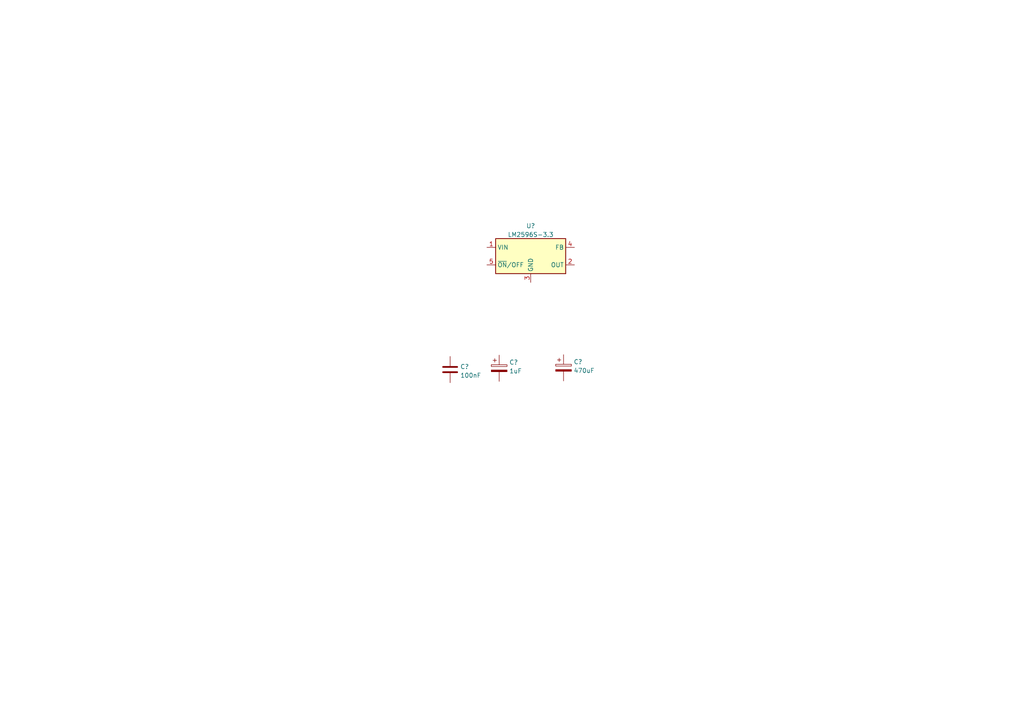
<source format=kicad_sch>
(kicad_sch (version 20211123) (generator eeschema)
  (paper "A4")
  (lib_symbols
    (symbol "Device:C" (pin_numbers hide) (pin_names (offset 0.254))
      (property "Reference" "C" (at 0.635 2.54 0))
      (property "Value" "C" (at 0.635 -2.54 0))
      (symbol "C_0_1"
        (polyline (pts (xy -2.032 -0.762) (xy 2.032 -0.762)) (stroke (width 0.508)))
        (polyline (pts (xy -2.032 0.762) (xy 2.032 0.762)) (stroke (width 0.508)))
      )
      (symbol "C_1_1"
        (pin passive line (at 0 3.81 270) (length 2.794) (name "~") (number "1"))
        (pin passive line (at 0 -3.81 90) (length 2.794) (name "~") (number "2"))
      )
    )
    (symbol "Device:C_Polarized" (pin_numbers hide) (pin_names (offset 0.254))
      (property "Reference" "C" (at 0.635 2.54 0))
      (property "Value" "C_Polarized" (at 0.635 -2.54 0))
      (symbol "C_Polarized_0_1"
        (rectangle (start -2.286 0.508) (end 2.286 1.016))
        (polyline (pts (xy -1.778 2.286) (xy -0.762 2.286)))
        (polyline (pts (xy -1.27 2.794) (xy -1.27 1.778)))
        (rectangle (start 2.286 -0.508) (end -2.286 -1.016) (fill (type outline)))
      )
      (symbol "C_Polarized_1_1"
        (pin passive line (at 0 3.81 270) (length 2.794) (name "~") (number "1"))
        (pin passive line (at 0 -3.81 90) (length 2.794) (name "~") (number "2"))
      )
    )
    (symbol "Regulator_Switching:LM2596S-3.3"
      (property "Reference" "U" (at -10.16 6.35 0))
      (property "Value" "LM2596S-3.3" (at 0 6.35 0))
      (symbol "LM2596S-3.3_0_1"
        (rectangle (start -10.16 5.08) (end 10.16 -5.08) (stroke (width 0.254)) (fill (type background)))
      )
      (symbol "LM2596S-3.3_1_1"
        (pin power_in line (at -12.7 2.54 0) (length 2.54) (name "VIN") (number "1"))
        (pin output line (at 12.7 -2.54 180) (length 2.54) (name "OUT") (number "2"))
        (pin power_in line (at 0 -7.62 90) (length 2.54) (name "GND") (number "3"))
        (pin input line (at 12.7 2.54 180) (length 2.54) (name "FB") (number "4"))
        (pin input line (at -12.7 -2.54 0) (length 2.54) (name "~{ON}/OFF") (number "5"))
      )
    )
  )
  (symbol (lib_id "Device:C_Polarized") (at 144.78 106.807 0) (unit 1)
    (property "Reference" "C?" (at 147.701 105.0833 0) (effects (justify left)))
    (property "Value" "1uF" (at 147.701 107.6202 0) (effects (justify left)))
  )
  (symbol (lib_id "Regulator_Switching:LM2596S-3.3") (at 153.924 74.295 0) (unit 1)
    (property "Reference" "U?" (at 153.924 65.5152 0))
    (property "Value" "LM2596S-3.3" (at 153.924 68.0521 0))
    (property "Footprint" "Package_TO_SOT_SMD:TO-263-5_TabPin3" (effects hide))
    (property "Datasheet" "http://www.ti.com/lit/ds/symlink/lm2596.pdf" (effects hide))
  )
  (symbol (lib_id "Device:C_Polarized") (at 163.449 106.68 0) (unit 1)
    (property "Reference" "C?" (at 166.37 104.9563 0) (effects (justify left)))
    (property "Value" "470uF" (at 166.37 107.4932 0) (effects (justify left)))
  )
  (symbol (lib_id "Device:C") (at 130.556 107.188 0) (unit 1)
    (property "Reference" "C?" (at 133.477 106.3533 0) (effects (justify left)))
    (property "Value" "100nF" (at 133.477 108.8902 0) (effects (justify left)))
  )
)
</source>
